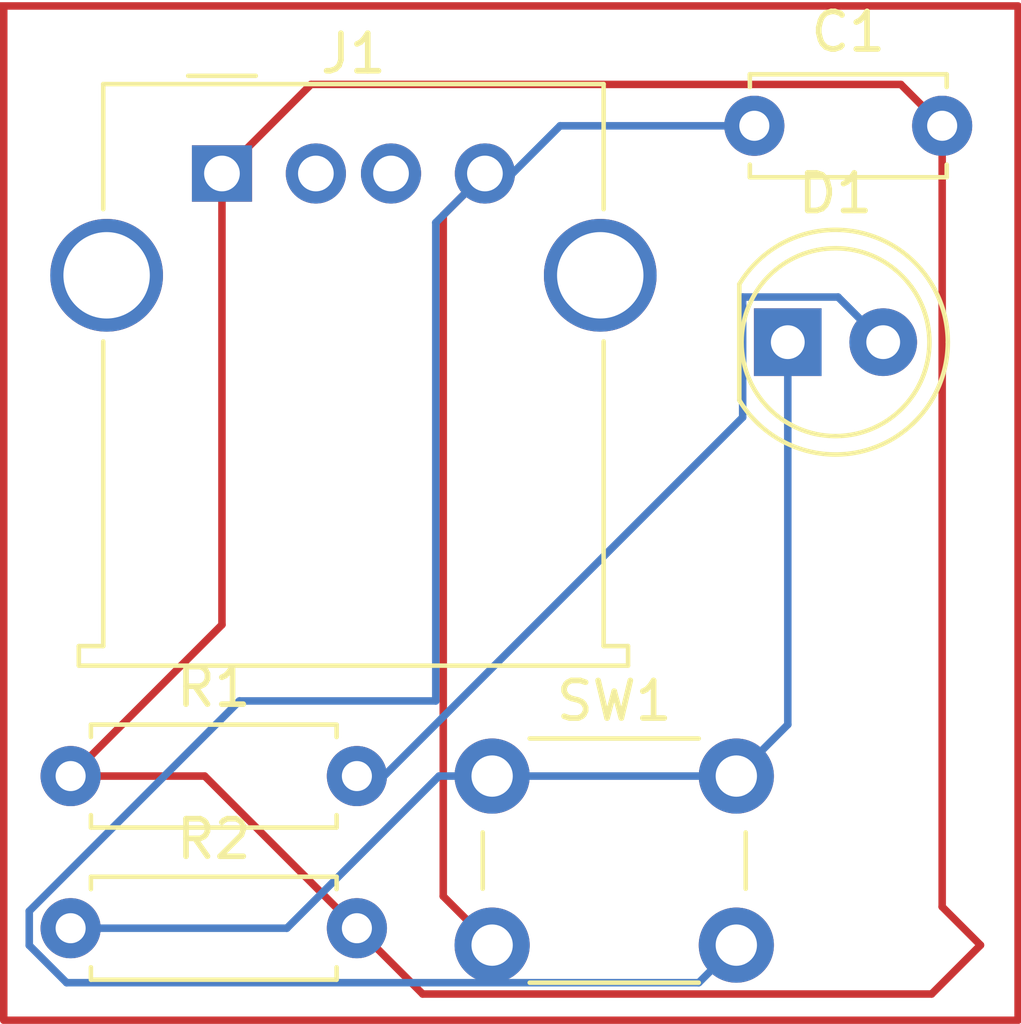
<source format=kicad_pcb>
(kicad_pcb (version 20241229) (generator "pcbnew") (generator_version "9.0")
  (layers (0 "F.Cu" signal) (2 "B.Cu" signal) (13 "F.Paste" user) (15 "B.Paste" user) (5 "F.SilkS" user "F.Silkscreen") (7 "B.SilkS" user "B.Silkscreen") (1 "F.Mask" user) (3 "B.Mask" user) (25 "Edge.Cuts" user))
  (net 0 "")
  (net 1 "/VBUS")
  (net 2 "/GND")
  (net 3 "Net-(D1-A)")
  (net 4 "/SW")
  (footprint "Resistor_THT:R_Axial_DIN0207_L6.3mm_D2.5mm_P7.62mm_Horizontal" (layer "F.Cu") (at 118.28 91.05)
    (property "Reference" "R2" (at 3.81 -2.37 0) (layer "F.SilkS"))
    (property "Value" "10k")
    (fp_line (start 0.54 -1.37) (end 7.08 -1.37) (stroke (width 0.12)) (layer "F.SilkS"))
    (fp_line (start 0.54 -1.04) (end 0.54 -1.37) (stroke (width 0.12)) (layer "F.SilkS"))
    (fp_line (start 0.54 1.04) (end 0.54 1.37) (stroke (width 0.12)) (layer "F.SilkS"))
    (fp_line (start 0.54 1.37) (end 7.08 1.37) (stroke (width 0.12)) (layer "F.SilkS"))
    (fp_line (start 7.08 -1.37) (end 7.08 -1.04) (stroke (width 0.12)) (layer "F.SilkS"))
    (fp_line (start 7.08 1.37) (end 7.08 1.04) (stroke (width 0.12)) (layer "F.SilkS"))
    (pad "1" thru_hole circle (at 0 0) (size 1.6 1.6) (drill 0.8) (layers "*.Cu" "*.Mask") (net 4 "/SW"))
    (pad "2" thru_hole circle (at 7.62 0) (size 1.6 1.6) (drill 0.8) (layers "*.Cu" "*.Mask") (net 1 "/VBUS"))
  )
  (footprint "LED_THT:LED_D5.0mm" (layer "F.Cu") (at 137.37 75.45)
    (property "Reference" "D1" (at 1.27 -3.96 0) (layer "F.SilkS"))
    (property "Value" "LED")
    (fp_line (start -1.29 -1.545) (end -1.29 1.545) (stroke (width 0.12)) (layer "F.SilkS"))
    (fp_arc (start -1.29 -1.54483) (mid 2.071779 -2.880495) (end 4.26 0) (stroke (width 0.12)) (layer "F.SilkS"))
    (fp_arc (start 4.26 0) (mid 2.071779 2.880495) (end -1.29 1.54483) (stroke (width 0.12)) (layer "F.SilkS"))
    (fp_circle (center 1.27 0) (end 3.77 0) (stroke (width 0.12)) (fill no) (layer "F.SilkS"))
    (pad "1" thru_hole rect (at 0 0) (size 1.8 1.8) (drill 0.9) (layers "*.Cu" "*.Mask") (net 4 "/SW"))
    (pad "2" thru_hole circle (at 2.54 0) (size 1.8 1.8) (drill 0.9) (layers "*.Cu" "*.Mask") (net 3 "Net-(D1-A)"))
  )
  (footprint "Resistor_THT:R_Axial_DIN0207_L6.3mm_D2.5mm_P7.62mm_Horizontal" (layer "F.Cu") (at 118.28 87)
    (property "Reference" "R1" (at 3.81 -2.37 0) (layer "F.SilkS"))
    (property "Value" "330")
    (fp_line (start 0.54 -1.37) (end 7.08 -1.37) (stroke (width 0.12)) (layer "F.SilkS"))
    (fp_line (start 0.54 -1.04) (end 0.54 -1.37) (stroke (width 0.12)) (layer "F.SilkS"))
    (fp_line (start 0.54 1.04) (end 0.54 1.37) (stroke (width 0.12)) (layer "F.SilkS"))
    (fp_line (start 0.54 1.37) (end 7.08 1.37) (stroke (width 0.12)) (layer "F.SilkS"))
    (fp_line (start 7.08 -1.37) (end 7.08 -1.04) (stroke (width 0.12)) (layer "F.SilkS"))
    (fp_line (start 7.08 1.37) (end 7.08 1.04) (stroke (width 0.12)) (layer "F.SilkS"))
    (pad "1" thru_hole circle (at 0 0) (size 1.6 1.6) (drill 0.8) (layers "*.Cu" "*.Mask") (net 1 "/VBUS"))
    (pad "2" thru_hole circle (at 7.62 0) (size 1.6 1.6) (drill 0.8) (layers "*.Cu" "*.Mask") (net 3 "Net-(D1-A)"))
  )
  (footprint "Connector_USB:USB_A_Molex_67643_Horizontal" (layer "F.Cu") (at 122.308208 70.96)
    (property "Reference" "J1" (at 3.5 -3.19 0) (layer "F.SilkS"))
    (property "Value" "USB_A")
    (fp_line (start -3.81 12.58) (end -3.81 13.1) (stroke (width 0.12)) (layer "F.SilkS"))
    (fp_line (start -3.81 13.1) (end 10.81 13.1) (stroke (width 0.12)) (layer "F.SilkS"))
    (fp_line (start -3.16 -2.38) (end -3.16 0.95) (stroke (width 0.12)) (layer "F.SilkS"))
    (fp_line (start -3.16 -2.38) (end 10.16 -2.38) (stroke (width 0.12)) (layer "F.SilkS"))
    (fp_line (start -3.16 12.58) (end -3.81 12.58) (stroke (width 0.12)) (layer "F.SilkS"))
    (fp_line (start -3.16 12.58) (end -3.16 4.47) (stroke (width 0.12)) (layer "F.SilkS"))
    (fp_line (start -0.9 -2.6) (end 0.9 -2.6) (stroke (width 0.12)) (layer "F.SilkS"))
    (fp_line (start 10.16 -2.38) (end 10.16 0.95) (stroke (width 0.12)) (layer "F.SilkS"))
    (fp_line (start 10.16 4.47) (end 10.16 12.58) (stroke (width 0.12)) (layer "F.SilkS"))
    (fp_line (start 10.81 12.58) (end 10.16 12.58) (stroke (width 0.12)) (layer "F.SilkS"))
    (fp_line (start 10.81 13.1) (end 10.81 12.58) (stroke (width 0.12)) (layer "F.SilkS"))
    (pad "1" thru_hole rect (at 0 0) (size 1.6 1.5) (drill 0.95) (layers "*.Cu" "*.Mask") (net 1 "/VBUS"))
    (pad "2" thru_hole circle (at 2.5 0) (size 1.6 1.6) (drill 0.95) (layers "*.Cu" "*.Mask"))
    (pad "3" thru_hole circle (at 4.5 0) (size 1.6 1.6) (drill 0.95) (layers "*.Cu" "*.Mask"))
    (pad "4" thru_hole circle (at 7 0) (size 1.6 1.6) (drill 0.95) (layers "*.Cu" "*.Mask") (net 2 "/GND"))
    (pad "5" thru_hole circle (at -3.07 2.71) (size 3 3) (drill 2.3) (layers "*.Cu" "*.Mask"))
    (pad "5" thru_hole circle (at 10.07 2.71) (size 3 3) (drill 2.3) (layers "*.Cu" "*.Mask"))
  )
  (footprint "Capacitor_THT:C_Disc_D5.0mm_W2.5mm_P5.00mm" (layer "F.Cu") (at 136.48 69.69)
    (property "Reference" "C1" (at 2.5 -2.5 0) (layer "F.SilkS"))
    (property "Value" "0.1u")
    (fp_line (start -0.12 -1.37) (end 5.12 -1.37) (stroke (width 0.12)) (layer "F.SilkS"))
    (fp_line (start -0.12 -1.033) (end -0.12 -1.37) (stroke (width 0.12)) (layer "F.SilkS"))
    (fp_line (start -0.12 1.37) (end -0.12 1.033) (stroke (width 0.12)) (layer "F.SilkS"))
    (fp_line (start 5.12 -1.37) (end 5.12 -1.033) (stroke (width 0.12)) (layer "F.SilkS"))
    (fp_line (start 5.12 1.033) (end 5.12 1.37) (stroke (width 0.12)) (layer "F.SilkS"))
    (fp_line (start 5.12 1.37) (end -0.12 1.37) (stroke (width 0.12)) (layer "F.SilkS"))
    (pad "1" thru_hole circle (at 0 0) (size 1.6 1.6) (drill 0.8) (layers "*.Cu" "*.Mask") (net 2 "/GND"))
    (pad "2" thru_hole circle (at 5 0) (size 1.6 1.6) (drill 0.8) (layers "*.Cu" "*.Mask") (net 1 "/VBUS"))
  )
  (footprint "Button_Switch_THT:SW_PUSH_6mm" (layer "F.Cu") (at 129.5 87)
    (property "Reference" "SW1" (at 3.25 -2 0) (layer "F.SilkS"))
    (property "Value" "SW_Push")
    (fp_line (start -0.25 1.5) (end -0.25 3) (stroke (width 0.12)) (layer "F.SilkS"))
    (fp_line (start 1 5.5) (end 5.5 5.5) (stroke (width 0.12)) (layer "F.SilkS"))
    (fp_line (start 5.5 -1) (end 1 -1) (stroke (width 0.12)) (layer "F.SilkS"))
    (fp_line (start 6.75 3) (end 6.75 1.5) (stroke (width 0.12)) (layer "F.SilkS"))
    (pad "1" thru_hole circle (at 0 0 90) (size 2 2) (drill 1.1) (layers "*.Cu" "*.Mask") (net 4 "/SW"))
    (pad "1" thru_hole circle (at 6.5 0 90) (size 2 2) (drill 1.1) (layers "*.Cu" "*.Mask") (net 4 "/SW"))
    (pad "2" thru_hole circle (at 0 4.5 90) (size 2 2) (drill 1.1) (layers "*.Cu" "*.Mask") (net 2 "/GND"))
    (pad "2" thru_hole circle (at 6.5 4.5 90) (size 2 2) (drill 1.1) (layers "*.Cu" "*.Mask") (net 2 "/GND"))
  )
  (gr_rect (start 116.5 66.5) (end 143.5 93.5) (stroke (width 0.2)) (fill no) (layer "F.Cu"))
  (segment (start 124.679208 68.589) (end 122.308208 70.96) (width 0.2) (layer "F.Cu") (net 1))
  (segment (start 122.308208 82.971792) (end 118.28 87) (width 0.2) (layer "F.Cu") (net 1))
  (segment (start 121.85 87) (end 125.9 91.05) (width 0.2) (layer "F.Cu") (net 1))
  (segment (start 122.308208 70.96) (end 122.308208 82.971792) (width 0.2) (layer "F.Cu") (net 1))
  (segment (start 118.28 87) (end 121.85 87) (width 0.2) (layer "F.Cu") (net 1))
  (segment (start 125.9 91.05) (end 127.651 92.801) (width 0.2) (layer "F.Cu") (net 1))
  (segment (start 142.5 91.5) (end 141.48 90.48) (width 0.2) (layer "F.Cu") (net 1))
  (segment (start 140.379 68.589) (end 124.679208 68.589) (width 0.2) (layer "F.Cu") (net 1))
  (segment (start 127.651 92.801) (end 141.199 92.801) (width 0.2) (layer "F.Cu") (net 1))
  (segment (start 141.48 90.48) (end 141.48 69.69) (width 0.2) (layer "F.Cu") (net 1))
  (segment (start 141.199 92.801) (end 142.5 91.5) (width 0.2) (layer "F.Cu") (net 1))
  (segment (start 141.48 69.69) (end 140.379 68.589) (width 0.2) (layer "F.Cu") (net 1))
  (segment (start 128.199 72.069208) (end 128.199 90.199) (width 0.2) (layer "F.Cu") (net 2))
  (segment (start 129.308208 70.96) (end 128.199 72.069208) (width 0.2) (layer "F.Cu") (net 2))
  (segment (start 128.199 90.199) (end 129.5 91.5) (width 0.2) (layer "F.Cu") (net 2))
  (segment (start 129.5 71.5) (end 131.31 69.69) (width 0.2) (layer "B.Cu") (net 2))
  (segment (start 131.31 69.69) (end 136.48 69.69) (width 0.2) (layer "B.Cu") (net 2))
  (segment (start 122.77295 85) (end 117.179 90.59395) (width 0.2) (layer "B.Cu") (net 2))
  (segment (start 128 72.268208) (end 128 85) (width 0.2) (layer "B.Cu") (net 2))
  (segment (start 128 85) (end 122.77295 85) (width 0.2) (layer "B.Cu") (net 2))
  (segment (start 129.308208 70.96) (end 129.5 71.151792) (width 0.2) (layer "B.Cu") (net 2))
  (segment (start 117.179 90.59395) (end 117.179 91.50605) (width 0.2) (layer "B.Cu") (net 2))
  (segment (start 129.5 71.151792) (end 129.5 71.5) (width 0.2) (layer "B.Cu") (net 2))
  (segment (start 135 92.5) (end 136 91.5) (width 0.2) (layer "B.Cu") (net 2))
  (segment (start 118.17295 92.5) (end 135 92.5) (width 0.2) (layer "B.Cu") (net 2))
  (segment (start 129.308208 70.96) (end 128 72.268208) (width 0.2) (layer "B.Cu") (net 2))
  (segment (start 117.179 91.50605) (end 118.17295 92.5) (width 0.2) (layer "B.Cu") (net 2))
  (segment (start 139.91 75.45) (end 138.709 74.249) (width 0.2) (layer "B.Cu") (net 3))
  (segment (start 136.169 74.249) (end 136.169 77.451) (width 0.2) (layer "B.Cu") (net 3))
  (segment (start 136.169 77.451) (end 126.62 87) (width 0.2) (layer "B.Cu") (net 3))
  (segment (start 138.709 74.249) (end 136.169 74.249) (width 0.2) (layer "B.Cu") (net 3))
  (segment (start 126.62 87) (end 125.9 87) (width 0.2) (layer "B.Cu") (net 3))
  (segment (start 129.5 87.5) (end 129.5 87) (width 0.2) (layer "F.Cu") (net 4))
  (segment (start 124.035787 91.05) (end 118.28 91.05) (width 0.2) (layer "B.Cu") (net 4))
  (segment (start 136 87) (end 129.5 87) (width 0.2) (layer "B.Cu") (net 4))
  (segment (start 137.37 75.45) (end 137.37 85.63) (width 0.2) (layer "B.Cu") (net 4))
  (segment (start 137.37 85.63) (end 136 87) (width 0.2) (layer "B.Cu") (net 4))
  (segment (start 128.085787 87) (end 124.035787 91.05) (width 0.2) (layer "B.Cu") (net 4))
  (segment (start 129.5 87) (end 128.085787 87) (width 0.2) (layer "B.Cu") (net 4))
)
</source>
